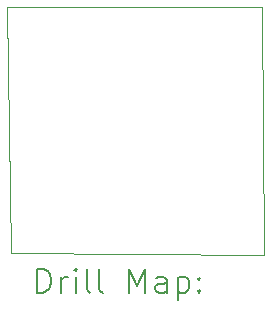
<source format=gbr>
%TF.GenerationSoftware,KiCad,Pcbnew,8.0.6*%
%TF.CreationDate,2024-10-27T16:48:36-04:00*%
%TF.ProjectId,monostable,6d6f6e6f-7374-4616-926c-652e6b696361,rev?*%
%TF.SameCoordinates,Original*%
%TF.FileFunction,Drillmap*%
%TF.FilePolarity,Positive*%
%FSLAX45Y45*%
G04 Gerber Fmt 4.5, Leading zero omitted, Abs format (unit mm)*
G04 Created by KiCad (PCBNEW 8.0.6) date 2024-10-27 16:48:36*
%MOMM*%
%LPD*%
G01*
G04 APERTURE LIST*
%ADD10C,0.050000*%
%ADD11C,0.200000*%
G04 APERTURE END LIST*
D10*
X14540000Y-3520000D02*
X12380000Y-3520000D01*
X14560000Y-5620000D02*
X14540000Y-3520000D01*
X12420000Y-5600000D02*
X14560000Y-5620000D01*
X12380000Y-3520000D02*
X12420000Y-5600000D01*
D11*
X12638277Y-5933984D02*
X12638277Y-5733984D01*
X12638277Y-5733984D02*
X12685896Y-5733984D01*
X12685896Y-5733984D02*
X12714467Y-5743508D01*
X12714467Y-5743508D02*
X12733515Y-5762555D01*
X12733515Y-5762555D02*
X12743039Y-5781603D01*
X12743039Y-5781603D02*
X12752562Y-5819698D01*
X12752562Y-5819698D02*
X12752562Y-5848269D01*
X12752562Y-5848269D02*
X12743039Y-5886365D01*
X12743039Y-5886365D02*
X12733515Y-5905412D01*
X12733515Y-5905412D02*
X12714467Y-5924460D01*
X12714467Y-5924460D02*
X12685896Y-5933984D01*
X12685896Y-5933984D02*
X12638277Y-5933984D01*
X12838277Y-5933984D02*
X12838277Y-5800650D01*
X12838277Y-5838746D02*
X12847801Y-5819698D01*
X12847801Y-5819698D02*
X12857324Y-5810174D01*
X12857324Y-5810174D02*
X12876372Y-5800650D01*
X12876372Y-5800650D02*
X12895420Y-5800650D01*
X12962086Y-5933984D02*
X12962086Y-5800650D01*
X12962086Y-5733984D02*
X12952562Y-5743508D01*
X12952562Y-5743508D02*
X12962086Y-5753031D01*
X12962086Y-5753031D02*
X12971610Y-5743508D01*
X12971610Y-5743508D02*
X12962086Y-5733984D01*
X12962086Y-5733984D02*
X12962086Y-5753031D01*
X13085896Y-5933984D02*
X13066848Y-5924460D01*
X13066848Y-5924460D02*
X13057324Y-5905412D01*
X13057324Y-5905412D02*
X13057324Y-5733984D01*
X13190658Y-5933984D02*
X13171610Y-5924460D01*
X13171610Y-5924460D02*
X13162086Y-5905412D01*
X13162086Y-5905412D02*
X13162086Y-5733984D01*
X13419229Y-5933984D02*
X13419229Y-5733984D01*
X13419229Y-5733984D02*
X13485896Y-5876841D01*
X13485896Y-5876841D02*
X13552562Y-5733984D01*
X13552562Y-5733984D02*
X13552562Y-5933984D01*
X13733515Y-5933984D02*
X13733515Y-5829222D01*
X13733515Y-5829222D02*
X13723991Y-5810174D01*
X13723991Y-5810174D02*
X13704943Y-5800650D01*
X13704943Y-5800650D02*
X13666848Y-5800650D01*
X13666848Y-5800650D02*
X13647801Y-5810174D01*
X13733515Y-5924460D02*
X13714467Y-5933984D01*
X13714467Y-5933984D02*
X13666848Y-5933984D01*
X13666848Y-5933984D02*
X13647801Y-5924460D01*
X13647801Y-5924460D02*
X13638277Y-5905412D01*
X13638277Y-5905412D02*
X13638277Y-5886365D01*
X13638277Y-5886365D02*
X13647801Y-5867317D01*
X13647801Y-5867317D02*
X13666848Y-5857793D01*
X13666848Y-5857793D02*
X13714467Y-5857793D01*
X13714467Y-5857793D02*
X13733515Y-5848269D01*
X13828753Y-5800650D02*
X13828753Y-6000650D01*
X13828753Y-5810174D02*
X13847801Y-5800650D01*
X13847801Y-5800650D02*
X13885896Y-5800650D01*
X13885896Y-5800650D02*
X13904943Y-5810174D01*
X13904943Y-5810174D02*
X13914467Y-5819698D01*
X13914467Y-5819698D02*
X13923991Y-5838746D01*
X13923991Y-5838746D02*
X13923991Y-5895888D01*
X13923991Y-5895888D02*
X13914467Y-5914936D01*
X13914467Y-5914936D02*
X13904943Y-5924460D01*
X13904943Y-5924460D02*
X13885896Y-5933984D01*
X13885896Y-5933984D02*
X13847801Y-5933984D01*
X13847801Y-5933984D02*
X13828753Y-5924460D01*
X14009705Y-5914936D02*
X14019229Y-5924460D01*
X14019229Y-5924460D02*
X14009705Y-5933984D01*
X14009705Y-5933984D02*
X14000182Y-5924460D01*
X14000182Y-5924460D02*
X14009705Y-5914936D01*
X14009705Y-5914936D02*
X14009705Y-5933984D01*
X14009705Y-5810174D02*
X14019229Y-5819698D01*
X14019229Y-5819698D02*
X14009705Y-5829222D01*
X14009705Y-5829222D02*
X14000182Y-5819698D01*
X14000182Y-5819698D02*
X14009705Y-5810174D01*
X14009705Y-5810174D02*
X14009705Y-5829222D01*
M02*

</source>
